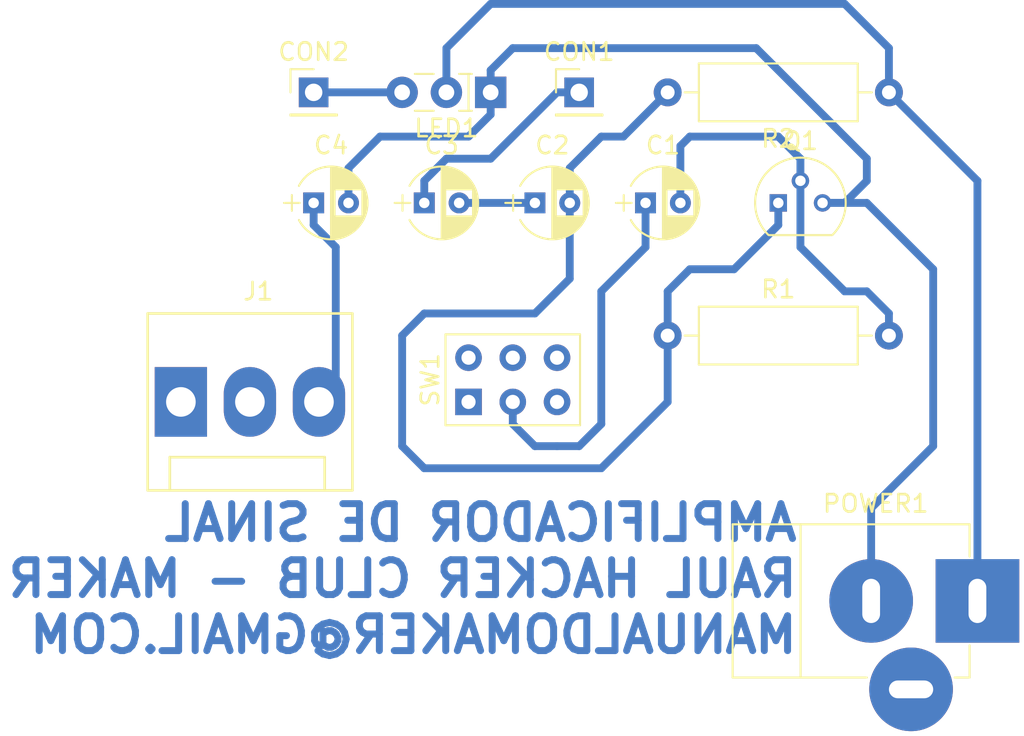
<source format=kicad_pcb>
(kicad_pcb (version 4) (host pcbnew 4.0.7-e2-6376~61~ubuntu18.04.1)

  (general
    (links 17)
    (no_connects 2)
    (area 126.30714 82.174999 184.485001 124.795001)
    (thickness 1.6)
    (drawings 1)
    (tracks 72)
    (zones 0)
    (modules 13)
    (nets 12)
  )

  (page A4)
  (layers
    (0 F.Cu signal)
    (31 B.Cu signal)
    (32 B.Adhes user)
    (33 F.Adhes user)
    (34 B.Paste user)
    (35 F.Paste user)
    (36 B.SilkS user)
    (37 F.SilkS user)
    (38 B.Mask user)
    (39 F.Mask user)
    (40 Dwgs.User user)
    (41 Cmts.User user)
    (42 Eco1.User user)
    (43 Eco2.User user)
    (44 Edge.Cuts user)
    (45 Margin user)
    (46 B.CrtYd user)
    (47 F.CrtYd user)
    (48 B.Fab user)
    (49 F.Fab user)
  )

  (setup
    (last_trace_width 0.45)
    (trace_clearance 0.2)
    (zone_clearance 0.508)
    (zone_45_only no)
    (trace_min 0.2)
    (segment_width 0.2)
    (edge_width 0.15)
    (via_size 0.6)
    (via_drill 0.4)
    (via_min_size 0.4)
    (via_min_drill 0.3)
    (uvia_size 0.3)
    (uvia_drill 0.1)
    (uvias_allowed no)
    (uvia_min_size 0.2)
    (uvia_min_drill 0.1)
    (pcb_text_width 0.3)
    (pcb_text_size 1.5 1.5)
    (mod_edge_width 0.15)
    (mod_text_size 1 1)
    (mod_text_width 0.15)
    (pad_size 1.524 1.524)
    (pad_drill 0.762)
    (pad_to_mask_clearance 0.2)
    (aux_axis_origin 0 0)
    (visible_elements FFFFFF7F)
    (pcbplotparams
      (layerselection 0x00030_80000001)
      (usegerberextensions false)
      (excludeedgelayer true)
      (linewidth 0.100000)
      (plotframeref false)
      (viasonmask false)
      (mode 1)
      (useauxorigin false)
      (hpglpennumber 1)
      (hpglpenspeed 20)
      (hpglpendiameter 15)
      (hpglpenoverlay 2)
      (psnegative false)
      (psa4output false)
      (plotreference true)
      (plotvalue true)
      (plotinvisibletext false)
      (padsonsilk false)
      (subtractmaskfromsilk false)
      (outputformat 1)
      (mirror false)
      (drillshape 1)
      (scaleselection 1)
      (outputdirectory ""))
  )

  (net 0 "")
  (net 1 "Net-(C1-Pad1)")
  (net 2 "Net-(C1-Pad2)")
  (net 3 "Net-(C2-Pad1)")
  (net 4 "Net-(C2-Pad2)")
  (net 5 "Net-(C3-Pad1)")
  (net 6 "Net-(C4-Pad1)")
  (net 7 "Net-(C4-Pad2)")
  (net 8 "Net-(CON2-Pad1)")
  (net 9 "Net-(J1-Pad1)")
  (net 10 "Net-(J1-Pad2)")
  (net 11 "Net-(LED1-Pad2)")

  (net_class Default "This is the default net class."
    (clearance 0.2)
    (trace_width 0.45)
    (via_dia 0.6)
    (via_drill 0.4)
    (uvia_dia 0.3)
    (uvia_drill 0.1)
    (add_net "Net-(C1-Pad1)")
    (add_net "Net-(C1-Pad2)")
    (add_net "Net-(C2-Pad1)")
    (add_net "Net-(C2-Pad2)")
    (add_net "Net-(C3-Pad1)")
    (add_net "Net-(C4-Pad1)")
    (add_net "Net-(C4-Pad2)")
    (add_net "Net-(CON2-Pad1)")
    (add_net "Net-(J1-Pad1)")
    (add_net "Net-(J1-Pad2)")
    (add_net "Net-(LED1-Pad2)")
  )

  (module Capacitors_THT:CP_Radial_D4.0mm_P2.00mm (layer F.Cu) (tedit 597BC7C2) (tstamp 5E0CC06F)
    (at 162.56 93.98)
    (descr "CP, Radial series, Radial, pin pitch=2.00mm, , diameter=4mm, Electrolytic Capacitor")
    (tags "CP Radial series Radial pin pitch 2.00mm  diameter 4mm Electrolytic Capacitor")
    (path /5E0CB473)
    (fp_text reference C1 (at 1 -3.31) (layer F.SilkS)
      (effects (font (size 1 1) (thickness 0.15)))
    )
    (fp_text value "1μ 50V" (at 1 3.31) (layer F.Fab)
      (effects (font (size 1 1) (thickness 0.15)))
    )
    (fp_arc (start 1 0) (end -0.845996 -0.98) (angle 124.1) (layer F.SilkS) (width 0.12))
    (fp_arc (start 1 0) (end -0.845996 0.98) (angle -124.1) (layer F.SilkS) (width 0.12))
    (fp_arc (start 1 0) (end 2.845996 -0.98) (angle 55.9) (layer F.SilkS) (width 0.12))
    (fp_circle (center 1 0) (end 3 0) (layer F.Fab) (width 0.1))
    (fp_line (start -1.7 0) (end -0.8 0) (layer F.Fab) (width 0.1))
    (fp_line (start -1.25 -0.45) (end -1.25 0.45) (layer F.Fab) (width 0.1))
    (fp_line (start 1 -2.05) (end 1 2.05) (layer F.SilkS) (width 0.12))
    (fp_line (start 1.04 -2.05) (end 1.04 2.05) (layer F.SilkS) (width 0.12))
    (fp_line (start 1.08 -2.049) (end 1.08 2.049) (layer F.SilkS) (width 0.12))
    (fp_line (start 1.12 -2.047) (end 1.12 2.047) (layer F.SilkS) (width 0.12))
    (fp_line (start 1.16 -2.044) (end 1.16 2.044) (layer F.SilkS) (width 0.12))
    (fp_line (start 1.2 -2.041) (end 1.2 2.041) (layer F.SilkS) (width 0.12))
    (fp_line (start 1.24 -2.037) (end 1.24 -0.78) (layer F.SilkS) (width 0.12))
    (fp_line (start 1.24 0.78) (end 1.24 2.037) (layer F.SilkS) (width 0.12))
    (fp_line (start 1.28 -2.032) (end 1.28 -0.78) (layer F.SilkS) (width 0.12))
    (fp_line (start 1.28 0.78) (end 1.28 2.032) (layer F.SilkS) (width 0.12))
    (fp_line (start 1.32 -2.026) (end 1.32 -0.78) (layer F.SilkS) (width 0.12))
    (fp_line (start 1.32 0.78) (end 1.32 2.026) (layer F.SilkS) (width 0.12))
    (fp_line (start 1.36 -2.019) (end 1.36 -0.78) (layer F.SilkS) (width 0.12))
    (fp_line (start 1.36 0.78) (end 1.36 2.019) (layer F.SilkS) (width 0.12))
    (fp_line (start 1.4 -2.012) (end 1.4 -0.78) (layer F.SilkS) (width 0.12))
    (fp_line (start 1.4 0.78) (end 1.4 2.012) (layer F.SilkS) (width 0.12))
    (fp_line (start 1.44 -2.004) (end 1.44 -0.78) (layer F.SilkS) (width 0.12))
    (fp_line (start 1.44 0.78) (end 1.44 2.004) (layer F.SilkS) (width 0.12))
    (fp_line (start 1.48 -1.995) (end 1.48 -0.78) (layer F.SilkS) (width 0.12))
    (fp_line (start 1.48 0.78) (end 1.48 1.995) (layer F.SilkS) (width 0.12))
    (fp_line (start 1.52 -1.985) (end 1.52 -0.78) (layer F.SilkS) (width 0.12))
    (fp_line (start 1.52 0.78) (end 1.52 1.985) (layer F.SilkS) (width 0.12))
    (fp_line (start 1.56 -1.974) (end 1.56 -0.78) (layer F.SilkS) (width 0.12))
    (fp_line (start 1.56 0.78) (end 1.56 1.974) (layer F.SilkS) (width 0.12))
    (fp_line (start 1.6 -1.963) (end 1.6 -0.78) (layer F.SilkS) (width 0.12))
    (fp_line (start 1.6 0.78) (end 1.6 1.963) (layer F.SilkS) (width 0.12))
    (fp_line (start 1.64 -1.95) (end 1.64 -0.78) (layer F.SilkS) (width 0.12))
    (fp_line (start 1.64 0.78) (end 1.64 1.95) (layer F.SilkS) (width 0.12))
    (fp_line (start 1.68 -1.937) (end 1.68 -0.78) (layer F.SilkS) (width 0.12))
    (fp_line (start 1.68 0.78) (end 1.68 1.937) (layer F.SilkS) (width 0.12))
    (fp_line (start 1.721 -1.923) (end 1.721 -0.78) (layer F.SilkS) (width 0.12))
    (fp_line (start 1.721 0.78) (end 1.721 1.923) (layer F.SilkS) (width 0.12))
    (fp_line (start 1.761 -1.907) (end 1.761 -0.78) (layer F.SilkS) (width 0.12))
    (fp_line (start 1.761 0.78) (end 1.761 1.907) (layer F.SilkS) (width 0.12))
    (fp_line (start 1.801 -1.891) (end 1.801 -0.78) (layer F.SilkS) (width 0.12))
    (fp_line (start 1.801 0.78) (end 1.801 1.891) (layer F.SilkS) (width 0.12))
    (fp_line (start 1.841 -1.874) (end 1.841 -0.78) (layer F.SilkS) (width 0.12))
    (fp_line (start 1.841 0.78) (end 1.841 1.874) (layer F.SilkS) (width 0.12))
    (fp_line (start 1.881 -1.856) (end 1.881 -0.78) (layer F.SilkS) (width 0.12))
    (fp_line (start 1.881 0.78) (end 1.881 1.856) (layer F.SilkS) (width 0.12))
    (fp_line (start 1.921 -1.837) (end 1.921 -0.78) (layer F.SilkS) (width 0.12))
    (fp_line (start 1.921 0.78) (end 1.921 1.837) (layer F.SilkS) (width 0.12))
    (fp_line (start 1.961 -1.817) (end 1.961 -0.78) (layer F.SilkS) (width 0.12))
    (fp_line (start 1.961 0.78) (end 1.961 1.817) (layer F.SilkS) (width 0.12))
    (fp_line (start 2.001 -1.796) (end 2.001 -0.78) (layer F.SilkS) (width 0.12))
    (fp_line (start 2.001 0.78) (end 2.001 1.796) (layer F.SilkS) (width 0.12))
    (fp_line (start 2.041 -1.773) (end 2.041 -0.78) (layer F.SilkS) (width 0.12))
    (fp_line (start 2.041 0.78) (end 2.041 1.773) (layer F.SilkS) (width 0.12))
    (fp_line (start 2.081 -1.75) (end 2.081 -0.78) (layer F.SilkS) (width 0.12))
    (fp_line (start 2.081 0.78) (end 2.081 1.75) (layer F.SilkS) (width 0.12))
    (fp_line (start 2.121 -1.725) (end 2.121 -0.78) (layer F.SilkS) (width 0.12))
    (fp_line (start 2.121 0.78) (end 2.121 1.725) (layer F.SilkS) (width 0.12))
    (fp_line (start 2.161 -1.699) (end 2.161 -0.78) (layer F.SilkS) (width 0.12))
    (fp_line (start 2.161 0.78) (end 2.161 1.699) (layer F.SilkS) (width 0.12))
    (fp_line (start 2.201 -1.672) (end 2.201 -0.78) (layer F.SilkS) (width 0.12))
    (fp_line (start 2.201 0.78) (end 2.201 1.672) (layer F.SilkS) (width 0.12))
    (fp_line (start 2.241 -1.643) (end 2.241 -0.78) (layer F.SilkS) (width 0.12))
    (fp_line (start 2.241 0.78) (end 2.241 1.643) (layer F.SilkS) (width 0.12))
    (fp_line (start 2.281 -1.613) (end 2.281 -0.78) (layer F.SilkS) (width 0.12))
    (fp_line (start 2.281 0.78) (end 2.281 1.613) (layer F.SilkS) (width 0.12))
    (fp_line (start 2.321 -1.581) (end 2.321 -0.78) (layer F.SilkS) (width 0.12))
    (fp_line (start 2.321 0.78) (end 2.321 1.581) (layer F.SilkS) (width 0.12))
    (fp_line (start 2.361 -1.547) (end 2.361 -0.78) (layer F.SilkS) (width 0.12))
    (fp_line (start 2.361 0.78) (end 2.361 1.547) (layer F.SilkS) (width 0.12))
    (fp_line (start 2.401 -1.512) (end 2.401 -0.78) (layer F.SilkS) (width 0.12))
    (fp_line (start 2.401 0.78) (end 2.401 1.512) (layer F.SilkS) (width 0.12))
    (fp_line (start 2.441 -1.475) (end 2.441 -0.78) (layer F.SilkS) (width 0.12))
    (fp_line (start 2.441 0.78) (end 2.441 1.475) (layer F.SilkS) (width 0.12))
    (fp_line (start 2.481 -1.436) (end 2.481 -0.78) (layer F.SilkS) (width 0.12))
    (fp_line (start 2.481 0.78) (end 2.481 1.436) (layer F.SilkS) (width 0.12))
    (fp_line (start 2.521 -1.395) (end 2.521 -0.78) (layer F.SilkS) (width 0.12))
    (fp_line (start 2.521 0.78) (end 2.521 1.395) (layer F.SilkS) (width 0.12))
    (fp_line (start 2.561 -1.351) (end 2.561 -0.78) (layer F.SilkS) (width 0.12))
    (fp_line (start 2.561 0.78) (end 2.561 1.351) (layer F.SilkS) (width 0.12))
    (fp_line (start 2.601 -1.305) (end 2.601 -0.78) (layer F.SilkS) (width 0.12))
    (fp_line (start 2.601 0.78) (end 2.601 1.305) (layer F.SilkS) (width 0.12))
    (fp_line (start 2.641 -1.256) (end 2.641 -0.78) (layer F.SilkS) (width 0.12))
    (fp_line (start 2.641 0.78) (end 2.641 1.256) (layer F.SilkS) (width 0.12))
    (fp_line (start 2.681 -1.204) (end 2.681 -0.78) (layer F.SilkS) (width 0.12))
    (fp_line (start 2.681 0.78) (end 2.681 1.204) (layer F.SilkS) (width 0.12))
    (fp_line (start 2.721 -1.148) (end 2.721 -0.78) (layer F.SilkS) (width 0.12))
    (fp_line (start 2.721 0.78) (end 2.721 1.148) (layer F.SilkS) (width 0.12))
    (fp_line (start 2.761 -1.088) (end 2.761 -0.78) (layer F.SilkS) (width 0.12))
    (fp_line (start 2.761 0.78) (end 2.761 1.088) (layer F.SilkS) (width 0.12))
    (fp_line (start 2.801 -1.023) (end 2.801 1.023) (layer F.SilkS) (width 0.12))
    (fp_line (start 2.841 -0.952) (end 2.841 0.952) (layer F.SilkS) (width 0.12))
    (fp_line (start 2.881 -0.874) (end 2.881 0.874) (layer F.SilkS) (width 0.12))
    (fp_line (start 2.921 -0.786) (end 2.921 0.786) (layer F.SilkS) (width 0.12))
    (fp_line (start 2.961 -0.686) (end 2.961 0.686) (layer F.SilkS) (width 0.12))
    (fp_line (start 3.001 -0.567) (end 3.001 0.567) (layer F.SilkS) (width 0.12))
    (fp_line (start 3.041 -0.415) (end 3.041 0.415) (layer F.SilkS) (width 0.12))
    (fp_line (start 3.081 -0.165) (end 3.081 0.165) (layer F.SilkS) (width 0.12))
    (fp_line (start -1.7 0) (end -0.8 0) (layer F.SilkS) (width 0.12))
    (fp_line (start -1.25 -0.45) (end -1.25 0.45) (layer F.SilkS) (width 0.12))
    (fp_line (start -1.35 -2.35) (end -1.35 2.35) (layer F.CrtYd) (width 0.05))
    (fp_line (start -1.35 2.35) (end 3.35 2.35) (layer F.CrtYd) (width 0.05))
    (fp_line (start 3.35 2.35) (end 3.35 -2.35) (layer F.CrtYd) (width 0.05))
    (fp_line (start 3.35 -2.35) (end -1.35 -2.35) (layer F.CrtYd) (width 0.05))
    (fp_text user %R (at 1 0) (layer F.Fab)
      (effects (font (size 1 1) (thickness 0.15)))
    )
    (pad 1 thru_hole rect (at 0 0) (size 1.2 1.2) (drill 0.6) (layers *.Cu *.Mask)
      (net 1 "Net-(C1-Pad1)"))
    (pad 2 thru_hole circle (at 2 0) (size 1.2 1.2) (drill 0.6) (layers *.Cu *.Mask)
      (net 2 "Net-(C1-Pad2)"))
    (model ${KISYS3DMOD}/Capacitors_THT.3dshapes/CP_Radial_D4.0mm_P2.00mm.wrl
      (at (xyz 0 0 0))
      (scale (xyz 1 1 1))
      (rotate (xyz 0 0 0))
    )
  )

  (module Capacitors_THT:CP_Radial_D4.0mm_P2.00mm (layer F.Cu) (tedit 597BC7C2) (tstamp 5E0CC075)
    (at 156.21 93.98)
    (descr "CP, Radial series, Radial, pin pitch=2.00mm, , diameter=4mm, Electrolytic Capacitor")
    (tags "CP Radial series Radial pin pitch 2.00mm  diameter 4mm Electrolytic Capacitor")
    (path /5E0CB785)
    (fp_text reference C2 (at 1 -3.31) (layer F.SilkS)
      (effects (font (size 1 1) (thickness 0.15)))
    )
    (fp_text value "1μ 50V" (at 1 3.31) (layer F.Fab)
      (effects (font (size 1 1) (thickness 0.15)))
    )
    (fp_arc (start 1 0) (end -0.845996 -0.98) (angle 124.1) (layer F.SilkS) (width 0.12))
    (fp_arc (start 1 0) (end -0.845996 0.98) (angle -124.1) (layer F.SilkS) (width 0.12))
    (fp_arc (start 1 0) (end 2.845996 -0.98) (angle 55.9) (layer F.SilkS) (width 0.12))
    (fp_circle (center 1 0) (end 3 0) (layer F.Fab) (width 0.1))
    (fp_line (start -1.7 0) (end -0.8 0) (layer F.Fab) (width 0.1))
    (fp_line (start -1.25 -0.45) (end -1.25 0.45) (layer F.Fab) (width 0.1))
    (fp_line (start 1 -2.05) (end 1 2.05) (layer F.SilkS) (width 0.12))
    (fp_line (start 1.04 -2.05) (end 1.04 2.05) (layer F.SilkS) (width 0.12))
    (fp_line (start 1.08 -2.049) (end 1.08 2.049) (layer F.SilkS) (width 0.12))
    (fp_line (start 1.12 -2.047) (end 1.12 2.047) (layer F.SilkS) (width 0.12))
    (fp_line (start 1.16 -2.044) (end 1.16 2.044) (layer F.SilkS) (width 0.12))
    (fp_line (start 1.2 -2.041) (end 1.2 2.041) (layer F.SilkS) (width 0.12))
    (fp_line (start 1.24 -2.037) (end 1.24 -0.78) (layer F.SilkS) (width 0.12))
    (fp_line (start 1.24 0.78) (end 1.24 2.037) (layer F.SilkS) (width 0.12))
    (fp_line (start 1.28 -2.032) (end 1.28 -0.78) (layer F.SilkS) (width 0.12))
    (fp_line (start 1.28 0.78) (end 1.28 2.032) (layer F.SilkS) (width 0.12))
    (fp_line (start 1.32 -2.026) (end 1.32 -0.78) (layer F.SilkS) (width 0.12))
    (fp_line (start 1.32 0.78) (end 1.32 2.026) (layer F.SilkS) (width 0.12))
    (fp_line (start 1.36 -2.019) (end 1.36 -0.78) (layer F.SilkS) (width 0.12))
    (fp_line (start 1.36 0.78) (end 1.36 2.019) (layer F.SilkS) (width 0.12))
    (fp_line (start 1.4 -2.012) (end 1.4 -0.78) (layer F.SilkS) (width 0.12))
    (fp_line (start 1.4 0.78) (end 1.4 2.012) (layer F.SilkS) (width 0.12))
    (fp_line (start 1.44 -2.004) (end 1.44 -0.78) (layer F.SilkS) (width 0.12))
    (fp_line (start 1.44 0.78) (end 1.44 2.004) (layer F.SilkS) (width 0.12))
    (fp_line (start 1.48 -1.995) (end 1.48 -0.78) (layer F.SilkS) (width 0.12))
    (fp_line (start 1.48 0.78) (end 1.48 1.995) (layer F.SilkS) (width 0.12))
    (fp_line (start 1.52 -1.985) (end 1.52 -0.78) (layer F.SilkS) (width 0.12))
    (fp_line (start 1.52 0.78) (end 1.52 1.985) (layer F.SilkS) (width 0.12))
    (fp_line (start 1.56 -1.974) (end 1.56 -0.78) (layer F.SilkS) (width 0.12))
    (fp_line (start 1.56 0.78) (end 1.56 1.974) (layer F.SilkS) (width 0.12))
    (fp_line (start 1.6 -1.963) (end 1.6 -0.78) (layer F.SilkS) (width 0.12))
    (fp_line (start 1.6 0.78) (end 1.6 1.963) (layer F.SilkS) (width 0.12))
    (fp_line (start 1.64 -1.95) (end 1.64 -0.78) (layer F.SilkS) (width 0.12))
    (fp_line (start 1.64 0.78) (end 1.64 1.95) (layer F.SilkS) (width 0.12))
    (fp_line (start 1.68 -1.937) (end 1.68 -0.78) (layer F.SilkS) (width 0.12))
    (fp_line (start 1.68 0.78) (end 1.68 1.937) (layer F.SilkS) (width 0.12))
    (fp_line (start 1.721 -1.923) (end 1.721 -0.78) (layer F.SilkS) (width 0.12))
    (fp_line (start 1.721 0.78) (end 1.721 1.923) (layer F.SilkS) (width 0.12))
    (fp_line (start 1.761 -1.907) (end 1.761 -0.78) (layer F.SilkS) (width 0.12))
    (fp_line (start 1.761 0.78) (end 1.761 1.907) (layer F.SilkS) (width 0.12))
    (fp_line (start 1.801 -1.891) (end 1.801 -0.78) (layer F.SilkS) (width 0.12))
    (fp_line (start 1.801 0.78) (end 1.801 1.891) (layer F.SilkS) (width 0.12))
    (fp_line (start 1.841 -1.874) (end 1.841 -0.78) (layer F.SilkS) (width 0.12))
    (fp_line (start 1.841 0.78) (end 1.841 1.874) (layer F.SilkS) (width 0.12))
    (fp_line (start 1.881 -1.856) (end 1.881 -0.78) (layer F.SilkS) (width 0.12))
    (fp_line (start 1.881 0.78) (end 1.881 1.856) (layer F.SilkS) (width 0.12))
    (fp_line (start 1.921 -1.837) (end 1.921 -0.78) (layer F.SilkS) (width 0.12))
    (fp_line (start 1.921 0.78) (end 1.921 1.837) (layer F.SilkS) (width 0.12))
    (fp_line (start 1.961 -1.817) (end 1.961 -0.78) (layer F.SilkS) (width 0.12))
    (fp_line (start 1.961 0.78) (end 1.961 1.817) (layer F.SilkS) (width 0.12))
    (fp_line (start 2.001 -1.796) (end 2.001 -0.78) (layer F.SilkS) (width 0.12))
    (fp_line (start 2.001 0.78) (end 2.001 1.796) (layer F.SilkS) (width 0.12))
    (fp_line (start 2.041 -1.773) (end 2.041 -0.78) (layer F.SilkS) (width 0.12))
    (fp_line (start 2.041 0.78) (end 2.041 1.773) (layer F.SilkS) (width 0.12))
    (fp_line (start 2.081 -1.75) (end 2.081 -0.78) (layer F.SilkS) (width 0.12))
    (fp_line (start 2.081 0.78) (end 2.081 1.75) (layer F.SilkS) (width 0.12))
    (fp_line (start 2.121 -1.725) (end 2.121 -0.78) (layer F.SilkS) (width 0.12))
    (fp_line (start 2.121 0.78) (end 2.121 1.725) (layer F.SilkS) (width 0.12))
    (fp_line (start 2.161 -1.699) (end 2.161 -0.78) (layer F.SilkS) (width 0.12))
    (fp_line (start 2.161 0.78) (end 2.161 1.699) (layer F.SilkS) (width 0.12))
    (fp_line (start 2.201 -1.672) (end 2.201 -0.78) (layer F.SilkS) (width 0.12))
    (fp_line (start 2.201 0.78) (end 2.201 1.672) (layer F.SilkS) (width 0.12))
    (fp_line (start 2.241 -1.643) (end 2.241 -0.78) (layer F.SilkS) (width 0.12))
    (fp_line (start 2.241 0.78) (end 2.241 1.643) (layer F.SilkS) (width 0.12))
    (fp_line (start 2.281 -1.613) (end 2.281 -0.78) (layer F.SilkS) (width 0.12))
    (fp_line (start 2.281 0.78) (end 2.281 1.613) (layer F.SilkS) (width 0.12))
    (fp_line (start 2.321 -1.581) (end 2.321 -0.78) (layer F.SilkS) (width 0.12))
    (fp_line (start 2.321 0.78) (end 2.321 1.581) (layer F.SilkS) (width 0.12))
    (fp_line (start 2.361 -1.547) (end 2.361 -0.78) (layer F.SilkS) (width 0.12))
    (fp_line (start 2.361 0.78) (end 2.361 1.547) (layer F.SilkS) (width 0.12))
    (fp_line (start 2.401 -1.512) (end 2.401 -0.78) (layer F.SilkS) (width 0.12))
    (fp_line (start 2.401 0.78) (end 2.401 1.512) (layer F.SilkS) (width 0.12))
    (fp_line (start 2.441 -1.475) (end 2.441 -0.78) (layer F.SilkS) (width 0.12))
    (fp_line (start 2.441 0.78) (end 2.441 1.475) (layer F.SilkS) (width 0.12))
    (fp_line (start 2.481 -1.436) (end 2.481 -0.78) (layer F.SilkS) (width 0.12))
    (fp_line (start 2.481 0.78) (end 2.481 1.436) (layer F.SilkS) (width 0.12))
    (fp_line (start 2.521 -1.395) (end 2.521 -0.78) (layer F.SilkS) (width 0.12))
    (fp_line (start 2.521 0.78) (end 2.521 1.395) (layer F.SilkS) (width 0.12))
    (fp_line (start 2.561 -1.351) (end 2.561 -0.78) (layer F.SilkS) (width 0.12))
    (fp_line (start 2.561 0.78) (end 2.561 1.351) (layer F.SilkS) (width 0.12))
    (fp_line (start 2.601 -1.305) (end 2.601 -0.78) (layer F.SilkS) (width 0.12))
    (fp_line (start 2.601 0.78) (end 2.601 1.305) (layer F.SilkS) (width 0.12))
    (fp_line (start 2.641 -1.256) (end 2.641 -0.78) (layer F.SilkS) (width 0.12))
    (fp_line (start 2.641 0.78) (end 2.641 1.256) (layer F.SilkS) (width 0.12))
    (fp_line (start 2.681 -1.204) (end 2.681 -0.78) (layer F.SilkS) (width 0.12))
    (fp_line (start 2.681 0.78) (end 2.681 1.204) (layer F.SilkS) (width 0.12))
    (fp_line (start 2.721 -1.148) (end 2.721 -0.78) (layer F.SilkS) (width 0.12))
    (fp_line (start 2.721 0.78) (end 2.721 1.148) (layer F.SilkS) (width 0.12))
    (fp_line (start 2.761 -1.088) (end 2.761 -0.78) (layer F.SilkS) (width 0.12))
    (fp_line (start 2.761 0.78) (end 2.761 1.088) (layer F.SilkS) (width 0.12))
    (fp_line (start 2.801 -1.023) (end 2.801 1.023) (layer F.SilkS) (width 0.12))
    (fp_line (start 2.841 -0.952) (end 2.841 0.952) (layer F.SilkS) (width 0.12))
    (fp_line (start 2.881 -0.874) (end 2.881 0.874) (layer F.SilkS) (width 0.12))
    (fp_line (start 2.921 -0.786) (end 2.921 0.786) (layer F.SilkS) (width 0.12))
    (fp_line (start 2.961 -0.686) (end 2.961 0.686) (layer F.SilkS) (width 0.12))
    (fp_line (start 3.001 -0.567) (end 3.001 0.567) (layer F.SilkS) (width 0.12))
    (fp_line (start 3.041 -0.415) (end 3.041 0.415) (layer F.SilkS) (width 0.12))
    (fp_line (start 3.081 -0.165) (end 3.081 0.165) (layer F.SilkS) (width 0.12))
    (fp_line (start -1.7 0) (end -0.8 0) (layer F.SilkS) (width 0.12))
    (fp_line (start -1.25 -0.45) (end -1.25 0.45) (layer F.SilkS) (width 0.12))
    (fp_line (start -1.35 -2.35) (end -1.35 2.35) (layer F.CrtYd) (width 0.05))
    (fp_line (start -1.35 2.35) (end 3.35 2.35) (layer F.CrtYd) (width 0.05))
    (fp_line (start 3.35 2.35) (end 3.35 -2.35) (layer F.CrtYd) (width 0.05))
    (fp_line (start 3.35 -2.35) (end -1.35 -2.35) (layer F.CrtYd) (width 0.05))
    (fp_text user %R (at 1 0) (layer F.Fab)
      (effects (font (size 1 1) (thickness 0.15)))
    )
    (pad 1 thru_hole rect (at 0 0) (size 1.2 1.2) (drill 0.6) (layers *.Cu *.Mask)
      (net 3 "Net-(C2-Pad1)"))
    (pad 2 thru_hole circle (at 2 0) (size 1.2 1.2) (drill 0.6) (layers *.Cu *.Mask)
      (net 4 "Net-(C2-Pad2)"))
    (model ${KISYS3DMOD}/Capacitors_THT.3dshapes/CP_Radial_D4.0mm_P2.00mm.wrl
      (at (xyz 0 0 0))
      (scale (xyz 1 1 1))
      (rotate (xyz 0 0 0))
    )
  )

  (module Capacitors_THT:CP_Radial_D4.0mm_P2.00mm (layer F.Cu) (tedit 597BC7C2) (tstamp 5E0CC07B)
    (at 149.86 93.98)
    (descr "CP, Radial series, Radial, pin pitch=2.00mm, , diameter=4mm, Electrolytic Capacitor")
    (tags "CP Radial series Radial pin pitch 2.00mm  diameter 4mm Electrolytic Capacitor")
    (path /5E0CBA4B)
    (fp_text reference C3 (at 1 -3.31) (layer F.SilkS)
      (effects (font (size 1 1) (thickness 0.15)))
    )
    (fp_text value "2.2μ 16V" (at 1 3.31) (layer F.Fab)
      (effects (font (size 1 1) (thickness 0.15)))
    )
    (fp_arc (start 1 0) (end -0.845996 -0.98) (angle 124.1) (layer F.SilkS) (width 0.12))
    (fp_arc (start 1 0) (end -0.845996 0.98) (angle -124.1) (layer F.SilkS) (width 0.12))
    (fp_arc (start 1 0) (end 2.845996 -0.98) (angle 55.9) (layer F.SilkS) (width 0.12))
    (fp_circle (center 1 0) (end 3 0) (layer F.Fab) (width 0.1))
    (fp_line (start -1.7 0) (end -0.8 0) (layer F.Fab) (width 0.1))
    (fp_line (start -1.25 -0.45) (end -1.25 0.45) (layer F.Fab) (width 0.1))
    (fp_line (start 1 -2.05) (end 1 2.05) (layer F.SilkS) (width 0.12))
    (fp_line (start 1.04 -2.05) (end 1.04 2.05) (layer F.SilkS) (width 0.12))
    (fp_line (start 1.08 -2.049) (end 1.08 2.049) (layer F.SilkS) (width 0.12))
    (fp_line (start 1.12 -2.047) (end 1.12 2.047) (layer F.SilkS) (width 0.12))
    (fp_line (start 1.16 -2.044) (end 1.16 2.044) (layer F.SilkS) (width 0.12))
    (fp_line (start 1.2 -2.041) (end 1.2 2.041) (layer F.SilkS) (width 0.12))
    (fp_line (start 1.24 -2.037) (end 1.24 -0.78) (layer F.SilkS) (width 0.12))
    (fp_line (start 1.24 0.78) (end 1.24 2.037) (layer F.SilkS) (width 0.12))
    (fp_line (start 1.28 -2.032) (end 1.28 -0.78) (layer F.SilkS) (width 0.12))
    (fp_line (start 1.28 0.78) (end 1.28 2.032) (layer F.SilkS) (width 0.12))
    (fp_line (start 1.32 -2.026) (end 1.32 -0.78) (layer F.SilkS) (width 0.12))
    (fp_line (start 1.32 0.78) (end 1.32 2.026) (layer F.SilkS) (width 0.12))
    (fp_line (start 1.36 -2.019) (end 1.36 -0.78) (layer F.SilkS) (width 0.12))
    (fp_line (start 1.36 0.78) (end 1.36 2.019) (layer F.SilkS) (width 0.12))
    (fp_line (start 1.4 -2.012) (end 1.4 -0.78) (layer F.SilkS) (width 0.12))
    (fp_line (start 1.4 0.78) (end 1.4 2.012) (layer F.SilkS) (width 0.12))
    (fp_line (start 1.44 -2.004) (end 1.44 -0.78) (layer F.SilkS) (width 0.12))
    (fp_line (start 1.44 0.78) (end 1.44 2.004) (layer F.SilkS) (width 0.12))
    (fp_line (start 1.48 -1.995) (end 1.48 -0.78) (layer F.SilkS) (width 0.12))
    (fp_line (start 1.48 0.78) (end 1.48 1.995) (layer F.SilkS) (width 0.12))
    (fp_line (start 1.52 -1.985) (end 1.52 -0.78) (layer F.SilkS) (width 0.12))
    (fp_line (start 1.52 0.78) (end 1.52 1.985) (layer F.SilkS) (width 0.12))
    (fp_line (start 1.56 -1.974) (end 1.56 -0.78) (layer F.SilkS) (width 0.12))
    (fp_line (start 1.56 0.78) (end 1.56 1.974) (layer F.SilkS) (width 0.12))
    (fp_line (start 1.6 -1.963) (end 1.6 -0.78) (layer F.SilkS) (width 0.12))
    (fp_line (start 1.6 0.78) (end 1.6 1.963) (layer F.SilkS) (width 0.12))
    (fp_line (start 1.64 -1.95) (end 1.64 -0.78) (layer F.SilkS) (width 0.12))
    (fp_line (start 1.64 0.78) (end 1.64 1.95) (layer F.SilkS) (width 0.12))
    (fp_line (start 1.68 -1.937) (end 1.68 -0.78) (layer F.SilkS) (width 0.12))
    (fp_line (start 1.68 0.78) (end 1.68 1.937) (layer F.SilkS) (width 0.12))
    (fp_line (start 1.721 -1.923) (end 1.721 -0.78) (layer F.SilkS) (width 0.12))
    (fp_line (start 1.721 0.78) (end 1.721 1.923) (layer F.SilkS) (width 0.12))
    (fp_line (start 1.761 -1.907) (end 1.761 -0.78) (layer F.SilkS) (width 0.12))
    (fp_line (start 1.761 0.78) (end 1.761 1.907) (layer F.SilkS) (width 0.12))
    (fp_line (start 1.801 -1.891) (end 1.801 -0.78) (layer F.SilkS) (width 0.12))
    (fp_line (start 1.801 0.78) (end 1.801 1.891) (layer F.SilkS) (width 0.12))
    (fp_line (start 1.841 -1.874) (end 1.841 -0.78) (layer F.SilkS) (width 0.12))
    (fp_line (start 1.841 0.78) (end 1.841 1.874) (layer F.SilkS) (width 0.12))
    (fp_line (start 1.881 -1.856) (end 1.881 -0.78) (layer F.SilkS) (width 0.12))
    (fp_line (start 1.881 0.78) (end 1.881 1.856) (layer F.SilkS) (width 0.12))
    (fp_line (start 1.921 -1.837) (end 1.921 -0.78) (layer F.SilkS) (width 0.12))
    (fp_line (start 1.921 0.78) (end 1.921 1.837) (layer F.SilkS) (width 0.12))
    (fp_line (start 1.961 -1.817) (end 1.961 -0.78) (layer F.SilkS) (width 0.12))
    (fp_line (start 1.961 0.78) (end 1.961 1.817) (layer F.SilkS) (width 0.12))
    (fp_line (start 2.001 -1.796) (end 2.001 -0.78) (layer F.SilkS) (width 0.12))
    (fp_line (start 2.001 0.78) (end 2.001 1.796) (layer F.SilkS) (width 0.12))
    (fp_line (start 2.041 -1.773) (end 2.041 -0.78) (layer F.SilkS) (width 0.12))
    (fp_line (start 2.041 0.78) (end 2.041 1.773) (layer F.SilkS) (width 0.12))
    (fp_line (start 2.081 -1.75) (end 2.081 -0.78) (layer F.SilkS) (width 0.12))
    (fp_line (start 2.081 0.78) (end 2.081 1.75) (layer F.SilkS) (width 0.12))
    (fp_line (start 2.121 -1.725) (end 2.121 -0.78) (layer F.SilkS) (width 0.12))
    (fp_line (start 2.121 0.78) (end 2.121 1.725) (layer F.SilkS) (width 0.12))
    (fp_line (start 2.161 -1.699) (end 2.161 -0.78) (layer F.SilkS) (width 0.12))
    (fp_line (start 2.161 0.78) (end 2.161 1.699) (layer F.SilkS) (width 0.12))
    (fp_line (start 2.201 -1.672) (end 2.201 -0.78) (layer F.SilkS) (width 0.12))
    (fp_line (start 2.201 0.78) (end 2.201 1.672) (layer F.SilkS) (width 0.12))
    (fp_line (start 2.241 -1.643) (end 2.241 -0.78) (layer F.SilkS) (width 0.12))
    (fp_line (start 2.241 0.78) (end 2.241 1.643) (layer F.SilkS) (width 0.12))
    (fp_line (start 2.281 -1.613) (end 2.281 -0.78) (layer F.SilkS) (width 0.12))
    (fp_line (start 2.281 0.78) (end 2.281 1.613) (layer F.SilkS) (width 0.12))
    (fp_line (start 2.321 -1.581) (end 2.321 -0.78) (layer F.SilkS) (width 0.12))
    (fp_line (start 2.321 0.78) (end 2.321 1.581) (layer F.SilkS) (width 0.12))
    (fp_line (start 2.361 -1.547) (end 2.361 -0.78) (layer F.SilkS) (width 0.12))
    (fp_line (start 2.361 0.78) (end 2.361 1.547) (layer F.SilkS) (width 0.12))
    (fp_line (start 2.401 -1.512) (end 2.401 -0.78) (layer F.SilkS) (width 0.12))
    (fp_line (start 2.401 0.78) (end 2.401 1.512) (layer F.SilkS) (width 0.12))
    (fp_line (start 2.441 -1.475) (end 2.441 -0.78) (layer F.SilkS) (width 0.12))
    (fp_line (start 2.441 0.78) (end 2.441 1.475) (layer F.SilkS) (width 0.12))
    (fp_line (start 2.481 -1.436) (end 2.481 -0.78) (layer F.SilkS) (width 0.12))
    (fp_line (start 2.481 0.78) (end 2.481 1.436) (layer F.SilkS) (width 0.12))
    (fp_line (start 2.521 -1.395) (end 2.521 -0.78) (layer F.SilkS) (width 0.12))
    (fp_line (start 2.521 0.78) (end 2.521 1.395) (layer F.SilkS) (width 0.12))
    (fp_line (start 2.561 -1.351) (end 2.561 -0.78) (layer F.SilkS) (width 0.12))
    (fp_line (start 2.561 0.78) (end 2.561 1.351) (layer F.SilkS) (width 0.12))
    (fp_line (start 2.601 -1.305) (end 2.601 -0.78) (layer F.SilkS) (width 0.12))
    (fp_line (start 2.601 0.78) (end 2.601 1.305) (layer F.SilkS) (width 0.12))
    (fp_line (start 2.641 -1.256) (end 2.641 -0.78) (layer F.SilkS) (width 0.12))
    (fp_line (start 2.641 0.78) (end 2.641 1.256) (layer F.SilkS) (width 0.12))
    (fp_line (start 2.681 -1.204) (end 2.681 -0.78) (layer F.SilkS) (width 0.12))
    (fp_line (start 2.681 0.78) (end 2.681 1.204) (layer F.SilkS) (width 0.12))
    (fp_line (start 2.721 -1.148) (end 2.721 -0.78) (layer F.SilkS) (width 0.12))
    (fp_line (start 2.721 0.78) (end 2.721 1.148) (layer F.SilkS) (width 0.12))
    (fp_line (start 2.761 -1.088) (end 2.761 -0.78) (layer F.SilkS) (width 0.12))
    (fp_line (start 2.761 0.78) (end 2.761 1.088) (layer F.SilkS) (width 0.12))
    (fp_line (start 2.801 -1.023) (end 2.801 1.023) (layer F.SilkS) (width 0.12))
    (fp_line (start 2.841 -0.952) (end 2.841 0.952) (layer F.SilkS) (width 0.12))
    (fp_line (start 2.881 -0.874) (end 2.881 0.874) (layer F.SilkS) (width 0.12))
    (fp_line (start 2.921 -0.786) (end 2.921 0.786) (layer F.SilkS) (width 0.12))
    (fp_line (start 2.961 -0.686) (end 2.961 0.686) (layer F.SilkS) (width 0.12))
    (fp_line (start 3.001 -0.567) (end 3.001 0.567) (layer F.SilkS) (width 0.12))
    (fp_line (start 3.041 -0.415) (end 3.041 0.415) (layer F.SilkS) (width 0.12))
    (fp_line (start 3.081 -0.165) (end 3.081 0.165) (layer F.SilkS) (width 0.12))
    (fp_line (start -1.7 0) (end -0.8 0) (layer F.SilkS) (width 0.12))
    (fp_line (start -1.25 -0.45) (end -1.25 0.45) (layer F.SilkS) (width 0.12))
    (fp_line (start -1.35 -2.35) (end -1.35 2.35) (layer F.CrtYd) (width 0.05))
    (fp_line (start -1.35 2.35) (end 3.35 2.35) (layer F.CrtYd) (width 0.05))
    (fp_line (start 3.35 2.35) (end 3.35 -2.35) (layer F.CrtYd) (width 0.05))
    (fp_line (start 3.35 -2.35) (end -1.35 -2.35) (layer F.CrtYd) (width 0.05))
    (fp_text user %R (at 1 0) (layer F.Fab)
      (effects (font (size 1 1) (thickness 0.15)))
    )
    (pad 1 thru_hole rect (at 0 0) (size 1.2 1.2) (drill 0.6) (layers *.Cu *.Mask)
      (net 5 "Net-(C3-Pad1)"))
    (pad 2 thru_hole circle (at 2 0) (size 1.2 1.2) (drill 0.6) (layers *.Cu *.Mask)
      (net 3 "Net-(C2-Pad1)"))
    (model ${KISYS3DMOD}/Capacitors_THT.3dshapes/CP_Radial_D4.0mm_P2.00mm.wrl
      (at (xyz 0 0 0))
      (scale (xyz 1 1 1))
      (rotate (xyz 0 0 0))
    )
  )

  (module Capacitors_THT:CP_Radial_D4.0mm_P2.00mm (layer F.Cu) (tedit 597BC7C2) (tstamp 5E0CC081)
    (at 143.51 93.98)
    (descr "CP, Radial series, Radial, pin pitch=2.00mm, , diameter=4mm, Electrolytic Capacitor")
    (tags "CP Radial series Radial pin pitch 2.00mm  diameter 4mm Electrolytic Capacitor")
    (path /5E0CC187)
    (fp_text reference C4 (at 1 -3.31) (layer F.SilkS)
      (effects (font (size 1 1) (thickness 0.15)))
    )
    (fp_text value "0.22μ 100V" (at 1 3.31) (layer F.Fab)
      (effects (font (size 1 1) (thickness 0.15)))
    )
    (fp_arc (start 1 0) (end -0.845996 -0.98) (angle 124.1) (layer F.SilkS) (width 0.12))
    (fp_arc (start 1 0) (end -0.845996 0.98) (angle -124.1) (layer F.SilkS) (width 0.12))
    (fp_arc (start 1 0) (end 2.845996 -0.98) (angle 55.9) (layer F.SilkS) (width 0.12))
    (fp_circle (center 1 0) (end 3 0) (layer F.Fab) (width 0.1))
    (fp_line (start -1.7 0) (end -0.8 0) (layer F.Fab) (width 0.1))
    (fp_line (start -1.25 -0.45) (end -1.25 0.45) (layer F.Fab) (width 0.1))
    (fp_line (start 1 -2.05) (end 1 2.05) (layer F.SilkS) (width 0.12))
    (fp_line (start 1.04 -2.05) (end 1.04 2.05) (layer F.SilkS) (width 0.12))
    (fp_line (start 1.08 -2.049) (end 1.08 2.049) (layer F.SilkS) (width 0.12))
    (fp_line (start 1.12 -2.047) (end 1.12 2.047) (layer F.SilkS) (width 0.12))
    (fp_line (start 1.16 -2.044) (end 1.16 2.044) (layer F.SilkS) (width 0.12))
    (fp_line (start 1.2 -2.041) (end 1.2 2.041) (layer F.SilkS) (width 0.12))
    (fp_line (start 1.24 -2.037) (end 1.24 -0.78) (layer F.SilkS) (width 0.12))
    (fp_line (start 1.24 0.78) (end 1.24 2.037) (layer F.SilkS) (width 0.12))
    (fp_line (start 1.28 -2.032) (end 1.28 -0.78) (layer F.SilkS) (width 0.12))
    (fp_line (start 1.28 0.78) (end 1.28 2.032) (layer F.SilkS) (width 0.12))
    (fp_line (start 1.32 -2.026) (end 1.32 -0.78) (layer F.SilkS) (width 0.12))
    (fp_line (start 1.32 0.78) (end 1.32 2.026) (layer F.SilkS) (width 0.12))
    (fp_line (start 1.36 -2.019) (end 1.36 -0.78) (layer F.SilkS) (width 0.12))
    (fp_line (start 1.36 0.78) (end 1.36 2.019) (layer F.SilkS) (width 0.12))
    (fp_line (start 1.4 -2.012) (end 1.4 -0.78) (layer F.SilkS) (width 0.12))
    (fp_line (start 1.4 0.78) (end 1.4 2.012) (layer F.SilkS) (width 0.12))
    (fp_line (start 1.44 -2.004) (end 1.44 -0.78) (layer F.SilkS) (width 0.12))
    (fp_line (start 1.44 0.78) (end 1.44 2.004) (layer F.SilkS) (width 0.12))
    (fp_line (start 1.48 -1.995) (end 1.48 -0.78) (layer F.SilkS) (width 0.12))
    (fp_line (start 1.48 0.78) (end 1.48 1.995) (layer F.SilkS) (width 0.12))
    (fp_line (start 1.52 -1.985) (end 1.52 -0.78) (layer F.SilkS) (width 0.12))
    (fp_line (start 1.52 0.78) (end 1.52 1.985) (layer F.SilkS) (width 0.12))
    (fp_line (start 1.56 -1.974) (end 1.56 -0.78) (layer F.SilkS) (width 0.12))
    (fp_line (start 1.56 0.78) (end 1.56 1.974) (layer F.SilkS) (width 0.12))
    (fp_line (start 1.6 -1.963) (end 1.6 -0.78) (layer F.SilkS) (width 0.12))
    (fp_line (start 1.6 0.78) (end 1.6 1.963) (layer F.SilkS) (width 0.12))
    (fp_line (start 1.64 -1.95) (end 1.64 -0.78) (layer F.SilkS) (width 0.12))
    (fp_line (start 1.64 0.78) (end 1.64 1.95) (layer F.SilkS) (width 0.12))
    (fp_line (start 1.68 -1.937) (end 1.68 -0.78) (layer F.SilkS) (width 0.12))
    (fp_line (start 1.68 0.78) (end 1.68 1.937) (layer F.SilkS) (width 0.12))
    (fp_line (start 1.721 -1.923) (end 1.721 -0.78) (layer F.SilkS) (width 0.12))
    (fp_line (start 1.721 0.78) (end 1.721 1.923) (layer F.SilkS) (width 0.12))
    (fp_line (start 1.761 -1.907) (end 1.761 -0.78) (layer F.SilkS) (width 0.12))
    (fp_line (start 1.761 0.78) (end 1.761 1.907) (layer F.SilkS) (width 0.12))
    (fp_line (start 1.801 -1.891) (end 1.801 -0.78) (layer F.SilkS) (width 0.12))
    (fp_line (start 1.801 0.78) (end 1.801 1.891) (layer F.SilkS) (width 0.12))
    (fp_line (start 1.841 -1.874) (end 1.841 -0.78) (layer F.SilkS) (width 0.12))
    (fp_line (start 1.841 0.78) (end 1.841 1.874) (layer F.SilkS) (width 0.12))
    (fp_line (start 1.881 -1.856) (end 1.881 -0.78) (layer F.SilkS) (width 0.12))
    (fp_line (start 1.881 0.78) (end 1.881 1.856) (layer F.SilkS) (width 0.12))
    (fp_line (start 1.921 -1.837) (end 1.921 -0.78) (layer F.SilkS) (width 0.12))
    (fp_line (start 1.921 0.78) (end 1.921 1.837) (layer F.SilkS) (width 0.12))
    (fp_line (start 1.961 -1.817) (end 1.961 -0.78) (layer F.SilkS) (width 0.12))
    (fp_line (start 1.961 0.78) (end 1.961 1.817) (layer F.SilkS) (width 0.12))
    (fp_line (start 2.001 -1.796) (end 2.001 -0.78) (layer F.SilkS) (width 0.12))
    (fp_line (start 2.001 0.78) (end 2.001 1.796) (layer F.SilkS) (width 0.12))
    (fp_line (start 2.041 -1.773) (end 2.041 -0.78) (layer F.SilkS) (width 0.12))
    (fp_line (start 2.041 0.78) (end 2.041 1.773) (layer F.SilkS) (width 0.12))
    (fp_line (start 2.081 -1.75) (end 2.081 -0.78) (layer F.SilkS) (width 0.12))
    (fp_line (start 2.081 0.78) (end 2.081 1.75) (layer F.SilkS) (width 0.12))
    (fp_line (start 2.121 -1.725) (end 2.121 -0.78) (layer F.SilkS) (width 0.12))
    (fp_line (start 2.121 0.78) (end 2.121 1.725) (layer F.SilkS) (width 0.12))
    (fp_line (start 2.161 -1.699) (end 2.161 -0.78) (layer F.SilkS) (width 0.12))
    (fp_line (start 2.161 0.78) (end 2.161 1.699) (layer F.SilkS) (width 0.12))
    (fp_line (start 2.201 -1.672) (end 2.201 -0.78) (layer F.SilkS) (width 0.12))
    (fp_line (start 2.201 0.78) (end 2.201 1.672) (layer F.SilkS) (width 0.12))
    (fp_line (start 2.241 -1.643) (end 2.241 -0.78) (layer F.SilkS) (width 0.12))
    (fp_line (start 2.241 0.78) (end 2.241 1.643) (layer F.SilkS) (width 0.12))
    (fp_line (start 2.281 -1.613) (end 2.281 -0.78) (layer F.SilkS) (width 0.12))
    (fp_line (start 2.281 0.78) (end 2.281 1.613) (layer F.SilkS) (width 0.12))
    (fp_line (start 2.321 -1.581) (end 2.321 -0.78) (layer F.SilkS) (width 0.12))
    (fp_line (start 2.321 0.78) (end 2.321 1.581) (layer F.SilkS) (width 0.12))
    (fp_line (start 2.361 -1.547) (end 2.361 -0.78) (layer F.SilkS) (width 0.12))
    (fp_line (start 2.361 0.78) (end 2.361 1.547) (layer F.SilkS) (width 0.12))
    (fp_line (start 2.401 -1.512) (end 2.401 -0.78) (layer F.SilkS) (width 0.12))
    (fp_line (start 2.401 0.78) (end 2.401 1.512) (layer F.SilkS) (width 0.12))
    (fp_line (start 2.441 -1.475) (end 2.441 -0.78) (layer F.SilkS) (width 0.12))
    (fp_line (start 2.441 0.78) (end 2.441 1.475) (layer F.SilkS) (width 0.12))
    (fp_line (start 2.481 -1.436) (end 2.481 -0.78) (layer F.SilkS) (width 0.12))
    (fp_line (start 2.481 0.78) (end 2.481 1.436) (layer F.SilkS) (width 0.12))
    (fp_line (start 2.521 -1.395) (end 2.521 -0.78) (layer F.SilkS) (width 0.12))
    (fp_line (start 2.521 0.78) (end 2.521 1.395) (layer F.SilkS) (width 0.12))
    (fp_line (start 2.561 -1.351) (end 2.561 -0.78) (layer F.SilkS) (width 0.12))
    (fp_line (start 2.561 0.78) (end 2.561 1.351) (layer F.SilkS) (width 0.12))
    (fp_line (start 2.601 -1.305) (end 2.601 -0.78) (layer F.SilkS) (width 0.12))
    (fp_line (start 2.601 0.78) (end 2.601 1.305) (layer F.SilkS) (width 0.12))
    (fp_line (start 2.641 -1.256) (end 2.641 -0.78) (layer F.SilkS) (width 0.12))
    (fp_line (start 2.641 0.78) (end 2.641 1.256) (layer F.SilkS) (width 0.12))
    (fp_line (start 2.681 -1.204) (end 2.681 -0.78) (layer F.SilkS) (width 0.12))
    (fp_line (start 2.681 0.78) (end 2.681 1.204) (layer F.SilkS) (width 0.12))
    (fp_line (start 2.721 -1.148) (end 2.721 -0.78) (layer F.SilkS) (width 0.12))
    (fp_line (start 2.721 0.78) (end 2.721 1.148) (layer F.SilkS) (width 0.12))
    (fp_line (start 2.761 -1.088) (end 2.761 -0.78) (layer F.SilkS) (width 0.12))
    (fp_line (start 2.761 0.78) (end 2.761 1.088) (layer F.SilkS) (width 0.12))
    (fp_line (start 2.801 -1.023) (end 2.801 1.023) (layer F.SilkS) (width 0.12))
    (fp_line (start 2.841 -0.952) (end 2.841 0.952) (layer F.SilkS) (width 0.12))
    (fp_line (start 2.881 -0.874) (end 2.881 0.874) (layer F.SilkS) (width 0.12))
    (fp_line (start 2.921 -0.786) (end 2.921 0.786) (layer F.SilkS) (width 0.12))
    (fp_line (start 2.961 -0.686) (end 2.961 0.686) (layer F.SilkS) (width 0.12))
    (fp_line (start 3.001 -0.567) (end 3.001 0.567) (layer F.SilkS) (width 0.12))
    (fp_line (start 3.041 -0.415) (end 3.041 0.415) (layer F.SilkS) (width 0.12))
    (fp_line (start 3.081 -0.165) (end 3.081 0.165) (layer F.SilkS) (width 0.12))
    (fp_line (start -1.7 0) (end -0.8 0) (layer F.SilkS) (width 0.12))
    (fp_line (start -1.25 -0.45) (end -1.25 0.45) (layer F.SilkS) (width 0.12))
    (fp_line (start -1.35 -2.35) (end -1.35 2.35) (layer F.CrtYd) (width 0.05))
    (fp_line (start -1.35 2.35) (end 3.35 2.35) (layer F.CrtYd) (width 0.05))
    (fp_line (start 3.35 2.35) (end 3.35 -2.35) (layer F.CrtYd) (width 0.05))
    (fp_line (start 3.35 -2.35) (end -1.35 -2.35) (layer F.CrtYd) (width 0.05))
    (fp_text user %R (at 1 0) (layer F.Fab)
      (effects (font (size 1 1) (thickness 0.15)))
    )
    (pad 1 thru_hole rect (at 0 0) (size 1.2 1.2) (drill 0.6) (layers *.Cu *.Mask)
      (net 6 "Net-(C4-Pad1)"))
    (pad 2 thru_hole circle (at 2 0) (size 1.2 1.2) (drill 0.6) (layers *.Cu *.Mask)
      (net 7 "Net-(C4-Pad2)"))
    (model ${KISYS3DMOD}/Capacitors_THT.3dshapes/CP_Radial_D4.0mm_P2.00mm.wrl
      (at (xyz 0 0 0))
      (scale (xyz 1 1 1))
      (rotate (xyz 0 0 0))
    )
  )

  (module Socket_Strips:Socket_Strip_Straight_1x01_Pitch2.54mm (layer F.Cu) (tedit 58CD5446) (tstamp 5E0CC086)
    (at 158.75 87.63)
    (descr "Through hole straight socket strip, 1x01, 2.54mm pitch, single row")
    (tags "Through hole socket strip THT 1x01 2.54mm single row")
    (path /5E0CBB2C)
    (fp_text reference CON1 (at 0 -2.33) (layer F.SilkS)
      (effects (font (size 1 1) (thickness 0.15)))
    )
    (fp_text value "A0 OUT ARDUINO" (at 0 2.33) (layer F.Fab)
      (effects (font (size 1 1) (thickness 0.15)))
    )
    (fp_line (start -1.27 -1.27) (end -1.27 1.27) (layer F.Fab) (width 0.1))
    (fp_line (start -1.27 1.27) (end 1.27 1.27) (layer F.Fab) (width 0.1))
    (fp_line (start 1.27 1.27) (end 1.27 -1.27) (layer F.Fab) (width 0.1))
    (fp_line (start 1.27 -1.27) (end -1.27 -1.27) (layer F.Fab) (width 0.1))
    (fp_line (start -1.33 1.27) (end -1.33 1.33) (layer F.SilkS) (width 0.12))
    (fp_line (start -1.33 1.33) (end 1.33 1.33) (layer F.SilkS) (width 0.12))
    (fp_line (start 1.33 1.33) (end 1.33 1.27) (layer F.SilkS) (width 0.12))
    (fp_line (start 1.33 1.27) (end -1.33 1.27) (layer F.SilkS) (width 0.12))
    (fp_line (start -1.33 0) (end -1.33 -1.33) (layer F.SilkS) (width 0.12))
    (fp_line (start -1.33 -1.33) (end 0 -1.33) (layer F.SilkS) (width 0.12))
    (fp_line (start -1.8 -1.8) (end -1.8 1.8) (layer F.CrtYd) (width 0.05))
    (fp_line (start -1.8 1.8) (end 1.8 1.8) (layer F.CrtYd) (width 0.05))
    (fp_line (start 1.8 1.8) (end 1.8 -1.8) (layer F.CrtYd) (width 0.05))
    (fp_line (start 1.8 -1.8) (end -1.8 -1.8) (layer F.CrtYd) (width 0.05))
    (fp_text user %R (at 0 -2.33) (layer F.Fab)
      (effects (font (size 1 1) (thickness 0.15)))
    )
    (pad 1 thru_hole rect (at 0 0) (size 1.7 1.7) (drill 1) (layers *.Cu *.Mask)
      (net 5 "Net-(C3-Pad1)"))
    (model ${KISYS3DMOD}/Socket_Strips.3dshapes/Socket_Strip_Straight_1x01_Pitch2.54mm.wrl
      (at (xyz 0 0 0))
      (scale (xyz 1 1 1))
      (rotate (xyz 0 0 270))
    )
  )

  (module Socket_Strips:Socket_Strip_Straight_1x01_Pitch2.54mm (layer F.Cu) (tedit 58CD5446) (tstamp 5E0CC08B)
    (at 143.51 87.63)
    (descr "Through hole straight socket strip, 1x01, 2.54mm pitch, single row")
    (tags "Through hole socket strip THT 1x01 2.54mm single row")
    (path /5E0CE182)
    (fp_text reference CON2 (at 0 -2.33) (layer F.SilkS)
      (effects (font (size 1 1) (thickness 0.15)))
    )
    (fp_text value "D6 IN ARDUINO" (at 0 2.33) (layer F.Fab)
      (effects (font (size 1 1) (thickness 0.15)))
    )
    (fp_line (start -1.27 -1.27) (end -1.27 1.27) (layer F.Fab) (width 0.1))
    (fp_line (start -1.27 1.27) (end 1.27 1.27) (layer F.Fab) (width 0.1))
    (fp_line (start 1.27 1.27) (end 1.27 -1.27) (layer F.Fab) (width 0.1))
    (fp_line (start 1.27 -1.27) (end -1.27 -1.27) (layer F.Fab) (width 0.1))
    (fp_line (start -1.33 1.27) (end -1.33 1.33) (layer F.SilkS) (width 0.12))
    (fp_line (start -1.33 1.33) (end 1.33 1.33) (layer F.SilkS) (width 0.12))
    (fp_line (start 1.33 1.33) (end 1.33 1.27) (layer F.SilkS) (width 0.12))
    (fp_line (start 1.33 1.27) (end -1.33 1.27) (layer F.SilkS) (width 0.12))
    (fp_line (start -1.33 0) (end -1.33 -1.33) (layer F.SilkS) (width 0.12))
    (fp_line (start -1.33 -1.33) (end 0 -1.33) (layer F.SilkS) (width 0.12))
    (fp_line (start -1.8 -1.8) (end -1.8 1.8) (layer F.CrtYd) (width 0.05))
    (fp_line (start -1.8 1.8) (end 1.8 1.8) (layer F.CrtYd) (width 0.05))
    (fp_line (start 1.8 1.8) (end 1.8 -1.8) (layer F.CrtYd) (width 0.05))
    (fp_line (start 1.8 -1.8) (end -1.8 -1.8) (layer F.CrtYd) (width 0.05))
    (fp_text user %R (at 0 -2.33) (layer F.Fab)
      (effects (font (size 1 1) (thickness 0.15)))
    )
    (pad 1 thru_hole rect (at 0 0) (size 1.7 1.7) (drill 1) (layers *.Cu *.Mask)
      (net 8 "Net-(CON2-Pad1)"))
    (model ${KISYS3DMOD}/Socket_Strips.3dshapes/Socket_Strip_Straight_1x01_Pitch2.54mm.wrl
      (at (xyz 0 0 0))
      (scale (xyz 1 1 1))
      (rotate (xyz 0 0 270))
    )
  )

  (module Connectors_Molex:Molex_KK-41791-03_03x3.96mm_Straight (layer F.Cu) (tedit 59722718) (tstamp 5E0CC092)
    (at 135.89 105.41)
    (descr "Connector Headers with Friction Lock, 26-60-4020, http://www.molex.com/pdm_docs/sd/026604020_sd.pdf")
    (tags "connector molex kk_41791 26-60-4020")
    (path /5E0CC0B4)
    (fp_text reference J1 (at 4.445 -6.35) (layer F.SilkS)
      (effects (font (size 1 1) (thickness 0.15)))
    )
    (fp_text value Audio-Jack-3 (at 3.81 6.35) (layer F.Fab)
      (effects (font (size 1 1) (thickness 0.15)))
    )
    (fp_line (start -2.5 -5.75) (end 10.5 -5.75) (layer F.CrtYd) (width 0.05))
    (fp_line (start 10.5 -5.75) (end 10.5 5.75) (layer F.CrtYd) (width 0.05))
    (fp_line (start 10.5 5.75) (end -2.5 5.75) (layer F.CrtYd) (width 0.05))
    (fp_line (start -2.5 5.75) (end -2.5 -5.75) (layer F.CrtYd) (width 0.05))
    (fp_text user %R (at 3.81 0) (layer F.Fab)
      (effects (font (size 1 1) (thickness 0.15)))
    )
    (fp_line (start -2.032 -5.207) (end 9.9695 -5.207) (layer F.Fab) (width 0.15))
    (fp_line (start 9.9695 -5.207) (end 9.9695 5.207) (layer F.Fab) (width 0.15))
    (fp_line (start 9.9695 5.207) (end -2.032 5.207) (layer F.Fab) (width 0.15))
    (fp_line (start -2.032 5.207) (end -2.032 -5.207) (layer F.Fab) (width 0.15))
    (fp_line (start -0.635 5.08) (end -0.635 3.175) (layer F.SilkS) (width 0.15))
    (fp_line (start -0.635 3.175) (end 8.255 3.175) (layer F.SilkS) (width 0.15))
    (fp_line (start 8.255 3.175) (end 8.255 5.08) (layer F.SilkS) (width 0.15))
    (fp_line (start -1.905 -5.08) (end 9.8425 -5.08) (layer F.SilkS) (width 0.15))
    (fp_line (start 9.8425 -5.08) (end 9.8425 5.08) (layer F.SilkS) (width 0.15))
    (fp_line (start 9.8425 5.08) (end -1.905 5.08) (layer F.SilkS) (width 0.15))
    (fp_line (start -1.905 5.08) (end -1.905 -5.08) (layer F.SilkS) (width 0.15))
    (pad 1 thru_hole rect (at 0 0) (size 3 4) (drill 1.7) (layers *.Cu *.Mask)
      (net 9 "Net-(J1-Pad1)"))
    (pad 2 thru_hole oval (at 3.9624 0) (size 3 4) (drill 1.7) (layers *.Cu *.Mask)
      (net 10 "Net-(J1-Pad2)"))
    (pad 3 thru_hole oval (at 7.9248 0) (size 3 4) (drill 1.7) (layers *.Cu *.Mask)
      (net 6 "Net-(C4-Pad1)"))
  )

  (module LEDs:LED_Rectangular_W5.0mm_H2.0mm-3pins (layer F.Cu) (tedit 587A3A7B) (tstamp 5E0CC099)
    (at 153.67 87.63 180)
    (descr "LED_Rectangular, Rectangular,  Rectangular size 5.0x2.0mm^2, 3 pins, http://www.kingbright.com/attachments/file/psearch/000/00/00/L-169XCGDK(Ver.9B).pdf")
    (tags "LED_Rectangular Rectangular  Rectangular size 5.0x2.0mm^2 3 pins")
    (path /5E0CD184)
    (fp_text reference LED1 (at 2.54 -2.06 180) (layer F.SilkS)
      (effects (font (size 1 1) (thickness 0.15)))
    )
    (fp_text value "LED STRIP" (at 2.54 2.06 180) (layer F.Fab)
      (effects (font (size 1 1) (thickness 0.15)))
    )
    (fp_line (start 0.04 -1) (end 0.04 1) (layer F.Fab) (width 0.1))
    (fp_line (start 0.04 1) (end 5.04 1) (layer F.Fab) (width 0.1))
    (fp_line (start 5.04 1) (end 5.04 -1) (layer F.Fab) (width 0.1))
    (fp_line (start 5.04 -1) (end 0.04 -1) (layer F.Fab) (width 0.1))
    (fp_line (start 1.08 -1.06) (end 1.81 -1.06) (layer F.SilkS) (width 0.12))
    (fp_line (start 3.27 -1.06) (end 4.351 -1.06) (layer F.SilkS) (width 0.12))
    (fp_line (start 1.08 1.06) (end 1.81 1.06) (layer F.SilkS) (width 0.12))
    (fp_line (start 3.27 1.06) (end 4.351 1.06) (layer F.SilkS) (width 0.12))
    (fp_line (start 1.27 -1.06) (end 1.27 1.06) (layer F.SilkS) (width 0.12))
    (fp_line (start -1.15 -1.35) (end -1.15 1.35) (layer F.CrtYd) (width 0.05))
    (fp_line (start -1.15 1.35) (end 6.25 1.35) (layer F.CrtYd) (width 0.05))
    (fp_line (start 6.25 1.35) (end 6.25 -1.35) (layer F.CrtYd) (width 0.05))
    (fp_line (start 6.25 -1.35) (end -1.15 -1.35) (layer F.CrtYd) (width 0.05))
    (pad 1 thru_hole rect (at 0 0 180) (size 1.8 1.8) (drill 0.9) (layers *.Cu *.Mask)
      (net 7 "Net-(C4-Pad2)"))
    (pad 2 thru_hole circle (at 2.54 0 180) (size 1.8 1.8) (drill 0.9) (layers *.Cu *.Mask)
      (net 11 "Net-(LED1-Pad2)"))
    (pad 3 thru_hole circle (at 5.08 0 180) (size 1.8 1.8) (drill 0.9) (layers *.Cu *.Mask)
      (net 8 "Net-(CON2-Pad1)"))
    (model ${KISYS3DMOD}/LEDs.3dshapes/LED_Rectangular_W5.0mm_H2.0mm-3pins.wrl
      (at (xyz 0 0 0))
      (scale (xyz 0.393701 0.393701 0.393701))
      (rotate (xyz 0 0 0))
    )
  )

  (module TO_SOT_Packages_THT:TO-92_Molded_Narrow (layer F.Cu) (tedit 58CE52AF) (tstamp 5E0CC0A0)
    (at 170.18 93.98)
    (descr "TO-92 leads molded, narrow, drill 0.6mm (see NXP sot054_po.pdf)")
    (tags "to-92 sc-43 sc-43a sot54 PA33 transistor")
    (path /5E0CB2CE)
    (fp_text reference Q1 (at 1.27 -3.56) (layer F.SilkS)
      (effects (font (size 1 1) (thickness 0.15)))
    )
    (fp_text value BC547 (at 1.27 2.79) (layer F.Fab)
      (effects (font (size 1 1) (thickness 0.15)))
    )
    (fp_text user %R (at 1.27 -3.56) (layer F.Fab)
      (effects (font (size 1 1) (thickness 0.15)))
    )
    (fp_line (start -0.53 1.85) (end 3.07 1.85) (layer F.SilkS) (width 0.12))
    (fp_line (start -0.5 1.75) (end 3 1.75) (layer F.Fab) (width 0.1))
    (fp_line (start -1.46 -2.73) (end 4 -2.73) (layer F.CrtYd) (width 0.05))
    (fp_line (start -1.46 -2.73) (end -1.46 2.01) (layer F.CrtYd) (width 0.05))
    (fp_line (start 4 2.01) (end 4 -2.73) (layer F.CrtYd) (width 0.05))
    (fp_line (start 4 2.01) (end -1.46 2.01) (layer F.CrtYd) (width 0.05))
    (fp_arc (start 1.27 0) (end 1.27 -2.48) (angle 135) (layer F.Fab) (width 0.1))
    (fp_arc (start 1.27 0) (end 1.27 -2.6) (angle -135) (layer F.SilkS) (width 0.12))
    (fp_arc (start 1.27 0) (end 1.27 -2.48) (angle -135) (layer F.Fab) (width 0.1))
    (fp_arc (start 1.27 0) (end 1.27 -2.6) (angle 135) (layer F.SilkS) (width 0.12))
    (pad 2 thru_hole circle (at 1.27 -1.27 90) (size 1 1) (drill 0.6) (layers *.Cu *.Mask)
      (net 2 "Net-(C1-Pad2)"))
    (pad 3 thru_hole circle (at 2.54 0 90) (size 1 1) (drill 0.6) (layers *.Cu *.Mask)
      (net 7 "Net-(C4-Pad2)"))
    (pad 1 thru_hole rect (at 0 0 90) (size 1 1) (drill 0.6) (layers *.Cu *.Mask)
      (net 4 "Net-(C2-Pad2)"))
    (model ${KISYS3DMOD}/TO_SOT_Packages_THT.3dshapes/TO-92_Molded_Narrow.wrl
      (at (xyz 0.05 0 0))
      (scale (xyz 1 1 1))
      (rotate (xyz 0 0 -90))
    )
  )

  (module Resistors_THT:R_Axial_DIN0309_L9.0mm_D3.2mm_P12.70mm_Horizontal (layer F.Cu) (tedit 5874F706) (tstamp 5E0CC0A6)
    (at 163.83 101.6)
    (descr "Resistor, Axial_DIN0309 series, Axial, Horizontal, pin pitch=12.7mm, 0.5W = 1/2W, length*diameter=9*3.2mm^2, http://cdn-reichelt.de/documents/datenblatt/B400/1_4W%23YAG.pdf")
    (tags "Resistor Axial_DIN0309 series Axial Horizontal pin pitch 12.7mm 0.5W = 1/2W length 9mm diameter 3.2mm")
    (path /5E0CB572)
    (fp_text reference R1 (at 6.35 -2.66) (layer F.SilkS)
      (effects (font (size 1 1) (thickness 0.15)))
    )
    (fp_text value 100K (at 6.35 2.66) (layer F.Fab)
      (effects (font (size 1 1) (thickness 0.15)))
    )
    (fp_line (start 1.85 -1.6) (end 1.85 1.6) (layer F.Fab) (width 0.1))
    (fp_line (start 1.85 1.6) (end 10.85 1.6) (layer F.Fab) (width 0.1))
    (fp_line (start 10.85 1.6) (end 10.85 -1.6) (layer F.Fab) (width 0.1))
    (fp_line (start 10.85 -1.6) (end 1.85 -1.6) (layer F.Fab) (width 0.1))
    (fp_line (start 0 0) (end 1.85 0) (layer F.Fab) (width 0.1))
    (fp_line (start 12.7 0) (end 10.85 0) (layer F.Fab) (width 0.1))
    (fp_line (start 1.79 -1.66) (end 1.79 1.66) (layer F.SilkS) (width 0.12))
    (fp_line (start 1.79 1.66) (end 10.91 1.66) (layer F.SilkS) (width 0.12))
    (fp_line (start 10.91 1.66) (end 10.91 -1.66) (layer F.SilkS) (width 0.12))
    (fp_line (start 10.91 -1.66) (end 1.79 -1.66) (layer F.SilkS) (width 0.12))
    (fp_line (start 0.98 0) (end 1.79 0) (layer F.SilkS) (width 0.12))
    (fp_line (start 11.72 0) (end 10.91 0) (layer F.SilkS) (width 0.12))
    (fp_line (start -1.05 -1.95) (end -1.05 1.95) (layer F.CrtYd) (width 0.05))
    (fp_line (start -1.05 1.95) (end 13.75 1.95) (layer F.CrtYd) (width 0.05))
    (fp_line (start 13.75 1.95) (end 13.75 -1.95) (layer F.CrtYd) (width 0.05))
    (fp_line (start 13.75 -1.95) (end -1.05 -1.95) (layer F.CrtYd) (width 0.05))
    (pad 1 thru_hole circle (at 0 0) (size 1.6 1.6) (drill 0.8) (layers *.Cu *.Mask)
      (net 4 "Net-(C2-Pad2)"))
    (pad 2 thru_hole oval (at 12.7 0) (size 1.6 1.6) (drill 0.8) (layers *.Cu *.Mask)
      (net 2 "Net-(C1-Pad2)"))
    (model ${KISYS3DMOD}/Resistors_THT.3dshapes/R_Axial_DIN0309_L9.0mm_D3.2mm_P12.70mm_Horizontal.wrl
      (at (xyz 0 0 0))
      (scale (xyz 0.393701 0.393701 0.393701))
      (rotate (xyz 0 0 0))
    )
  )

  (module Resistors_THT:R_Axial_DIN0309_L9.0mm_D3.2mm_P12.70mm_Horizontal (layer F.Cu) (tedit 5874F706) (tstamp 5E0CC0AC)
    (at 176.53 87.63 180)
    (descr "Resistor, Axial_DIN0309 series, Axial, Horizontal, pin pitch=12.7mm, 0.5W = 1/2W, length*diameter=9*3.2mm^2, http://cdn-reichelt.de/documents/datenblatt/B400/1_4W%23YAG.pdf")
    (tags "Resistor Axial_DIN0309 series Axial Horizontal pin pitch 12.7mm 0.5W = 1/2W length 9mm diameter 3.2mm")
    (path /5E0CCA09)
    (fp_text reference R2 (at 6.35 -2.66 180) (layer F.SilkS)
      (effects (font (size 1 1) (thickness 0.15)))
    )
    (fp_text value 10K (at 6.35 2.66 180) (layer F.Fab)
      (effects (font (size 1 1) (thickness 0.15)))
    )
    (fp_line (start 1.85 -1.6) (end 1.85 1.6) (layer F.Fab) (width 0.1))
    (fp_line (start 1.85 1.6) (end 10.85 1.6) (layer F.Fab) (width 0.1))
    (fp_line (start 10.85 1.6) (end 10.85 -1.6) (layer F.Fab) (width 0.1))
    (fp_line (start 10.85 -1.6) (end 1.85 -1.6) (layer F.Fab) (width 0.1))
    (fp_line (start 0 0) (end 1.85 0) (layer F.Fab) (width 0.1))
    (fp_line (start 12.7 0) (end 10.85 0) (layer F.Fab) (width 0.1))
    (fp_line (start 1.79 -1.66) (end 1.79 1.66) (layer F.SilkS) (width 0.12))
    (fp_line (start 1.79 1.66) (end 10.91 1.66) (layer F.SilkS) (width 0.12))
    (fp_line (start 10.91 1.66) (end 10.91 -1.66) (layer F.SilkS) (width 0.12))
    (fp_line (start 10.91 -1.66) (end 1.79 -1.66) (layer F.SilkS) (width 0.12))
    (fp_line (start 0.98 0) (end 1.79 0) (layer F.SilkS) (width 0.12))
    (fp_line (start 11.72 0) (end 10.91 0) (layer F.SilkS) (width 0.12))
    (fp_line (start -1.05 -1.95) (end -1.05 1.95) (layer F.CrtYd) (width 0.05))
    (fp_line (start -1.05 1.95) (end 13.75 1.95) (layer F.CrtYd) (width 0.05))
    (fp_line (start 13.75 1.95) (end 13.75 -1.95) (layer F.CrtYd) (width 0.05))
    (fp_line (start 13.75 -1.95) (end -1.05 -1.95) (layer F.CrtYd) (width 0.05))
    (pad 1 thru_hole circle (at 0 0 180) (size 1.6 1.6) (drill 0.8) (layers *.Cu *.Mask)
      (net 11 "Net-(LED1-Pad2)"))
    (pad 2 thru_hole oval (at 12.7 0 180) (size 1.6 1.6) (drill 0.8) (layers *.Cu *.Mask)
      (net 4 "Net-(C2-Pad2)"))
    (model ${KISYS3DMOD}/Resistors_THT.3dshapes/R_Axial_DIN0309_L9.0mm_D3.2mm_P12.70mm_Horizontal.wrl
      (at (xyz 0 0 0))
      (scale (xyz 0.393701 0.393701 0.393701))
      (rotate (xyz 0 0 0))
    )
  )

  (module Buttons_Switches_THT:SW_NKK_G1xJP (layer F.Cu) (tedit 592540F7) (tstamp 5E0CC0B6)
    (at 152.4 105.41 90)
    (descr "Switch NKK G1xJP http://www.nkkswitches.com/pdf/gwillum.pdf")
    (tags "SWITCH TOGGLE ILLUM SPDT NKK")
    (path /5E0CC358)
    (fp_text reference SW1 (at 1.27 -2.2 90) (layer F.SilkS)
      (effects (font (size 1 1) (thickness 0.15)))
    )
    (fp_text value "Singnal Select" (at 1.27 7.3 90) (layer F.Fab)
      (effects (font (size 1 1) (thickness 0.15)))
    )
    (fp_line (start -1.23 6.29) (end -1.23 -1.21) (layer F.Fab) (width 0.1))
    (fp_text user %R (at 1.27 -2.2 90) (layer F.Fab)
      (effects (font (size 1 1) (thickness 0.15)))
    )
    (fp_line (start -1.34112 6.4008) (end 3.88112 6.4008) (layer F.SilkS) (width 0.12))
    (fp_line (start -1.34112 -1.3208) (end 3.88112 -1.3208) (layer F.SilkS) (width 0.12))
    (fp_line (start -1.34112 6.4008) (end -1.34112 -1.3208) (layer F.SilkS) (width 0.12))
    (fp_line (start 3.88112 -1.3208) (end 3.88112 6.4008) (layer F.SilkS) (width 0.12))
    (fp_line (start -1.48 6.54) (end -1.48 -1.46) (layer F.CrtYd) (width 0.05))
    (fp_line (start -1.48 6.54) (end 4.02 6.54) (layer F.CrtYd) (width 0.05))
    (fp_line (start 4.02 -1.46) (end -1.48 -1.46) (layer F.CrtYd) (width 0.05))
    (fp_line (start 4.02 -1.46) (end 4.02 6.54) (layer F.CrtYd) (width 0.05))
    (fp_line (start -1.23 -1.21) (end 3.77 -1.21) (layer F.Fab) (width 0.1))
    (fp_line (start -1.23 6.29) (end 3.77 6.29) (layer F.Fab) (width 0.1))
    (fp_line (start 3.77 6.29) (end 3.77 -1.21) (layer F.Fab) (width 0.1))
    (pad 1 thru_hole rect (at 0 0 90) (size 1.524 1.524) (drill 0.8128) (layers *.Cu *.Mask)
      (net 9 "Net-(J1-Pad1)"))
    (pad 2 thru_hole circle (at 0 2.54 90) (size 1.524 1.524) (drill 0.8128) (layers *.Cu *.Mask)
      (net 1 "Net-(C1-Pad1)"))
    (pad 3 thru_hole circle (at 0 5.08 90) (size 1.524 1.524) (drill 0.8128) (layers *.Cu *.Mask)
      (net 10 "Net-(J1-Pad2)"))
    (pad 4 thru_hole circle (at 2.54 5.08 90) (size 1.524 1.524) (drill 0.8128) (layers *.Cu *.Mask))
    (pad 5 thru_hole circle (at 2.54 2.54 90) (size 1.524 1.524) (drill 0.8128) (layers *.Cu *.Mask))
    (pad 6 thru_hole circle (at 2.54 0 90) (size 1.524 1.524) (drill 0.8128) (layers *.Cu *.Mask))
    (model ${KISYS3DMOD}/Buttons_Switches_THT.3dshapes/SW_NKK_G1xJP.wrl
      (at (xyz 0.05 -0.1 0))
      (scale (xyz 0.33 0.33 0.33))
      (rotate (xyz 0 0 90))
    )
  )

  (module Connectors:JACK_ALIM (layer F.Cu) (tedit 587FEAEC) (tstamp 5E0CC27B)
    (at 181.61 116.84)
    (descr "module 1 pin (ou trou mecanique de percage)")
    (tags "CONN JACK")
    (path /5E0CE9E1)
    (fp_text reference POWER1 (at -5.84 -5.59) (layer F.SilkS)
      (effects (font (size 1 1) (thickness 0.15)))
    )
    (fp_text value "5V IN" (at -11.18 5.59) (layer F.Fab)
      (effects (font (size 1 1) (thickness 0.15)))
    )
    (fp_line (start -10.15 -4.4) (end -10.15 4.4) (layer F.SilkS) (width 0.12))
    (fp_line (start -6.35 4.4) (end -14.05 4.4) (layer F.SilkS) (width 0.12))
    (fp_line (start -14.05 4.4) (end -14.05 -4.4) (layer F.SilkS) (width 0.12))
    (fp_line (start -14.05 -4.4) (end -13.85 -4.4) (layer F.SilkS) (width 0.12))
    (fp_line (start -0.45 2.55) (end -0.45 4.4) (layer F.SilkS) (width 0.12))
    (fp_line (start -0.45 4.4) (end -1.3 4.4) (layer F.SilkS) (width 0.12))
    (fp_line (start -13.95 -4.4) (end -0.45 -4.4) (layer F.SilkS) (width 0.12))
    (fp_line (start -0.45 -4.4) (end -0.45 -2.55) (layer F.SilkS) (width 0.12))
    (fp_line (start -13.21 -4.32) (end -13.97 -4.32) (layer F.Fab) (width 0.1))
    (fp_line (start -13.97 -4.32) (end -13.97 4.32) (layer F.Fab) (width 0.1))
    (fp_line (start -13.97 4.32) (end -13.21 4.32) (layer F.Fab) (width 0.1))
    (fp_line (start -10.16 -4.32) (end -10.16 4.32) (layer F.Fab) (width 0.1))
    (fp_line (start -0.51 -4.32) (end -0.51 4.32) (layer F.Fab) (width 0.1))
    (fp_line (start -13.21 4.32) (end -0.51 4.32) (layer F.Fab) (width 0.1))
    (fp_line (start -13.21 -4.32) (end -0.51 -4.32) (layer F.Fab) (width 0.1))
    (fp_line (start -14.22 -4.57) (end 2.65 -4.57) (layer F.CrtYd) (width 0.05))
    (fp_line (start -14.22 -4.57) (end -14.22 7.73) (layer F.CrtYd) (width 0.05))
    (fp_line (start 2.65 7.73) (end 2.65 -4.57) (layer F.CrtYd) (width 0.05))
    (fp_line (start 2.65 7.73) (end -14.22 7.73) (layer F.CrtYd) (width 0.05))
    (pad 2 thru_hole circle (at -6.1 0) (size 4.8 4.8) (drill oval 1.02 2.54) (layers *.Cu *.Mask)
      (net 7 "Net-(C4-Pad2)"))
    (pad 1 thru_hole rect (at 0 0) (size 4.8 4.8) (drill oval 1.02 2.54) (layers *.Cu *.Mask)
      (net 11 "Net-(LED1-Pad2)"))
    (pad 3 thru_hole circle (at -3.81 5.08) (size 4.8 4.8) (drill oval 2.54 1.02) (layers *.Cu *.Mask))
    (model ${KISYS3DMOD}/Connectors.3dshapes/JACK_ALIM.wrl
      (at (xyz -0.24 0 0))
      (scale (xyz 0.8 0.8 0.8))
      (rotate (xyz 0 0 0))
    )
  )

  (gr_text "AMPLIFICADOR DE SINAL\nRAUL HACKER CLUB - MAKER\nMANUALDOMAKER@GMAIL.COM\n" (at 171.45 115.57) (layer B.Cu)
    (effects (font (size 2 2) (thickness 0.4)) (justify left mirror))
  )

  (segment (start 162.56 93.98) (end 162.56 96.52) (width 0.45) (layer B.Cu) (net 1))
  (segment (start 154.94 106.68) (end 154.94 105.41) (width 0.45) (layer B.Cu) (net 1) (tstamp 5E0CCAA0))
  (segment (start 156.21 107.95) (end 154.94 106.68) (width 0.45) (layer B.Cu) (net 1) (tstamp 5E0CCA9E))
  (segment (start 157.48 107.95) (end 156.21 107.95) (width 0.45) (layer B.Cu) (net 1) (tstamp 5E0CCA9D))
  (segment (start 158.75 107.95) (end 157.48 107.95) (width 0.45) (layer B.Cu) (net 1) (tstamp 5E0CCA9C))
  (segment (start 160.02 106.68) (end 158.75 107.95) (width 0.45) (layer B.Cu) (net 1) (tstamp 5E0CCA96))
  (segment (start 160.02 99.06) (end 160.02 106.68) (width 0.45) (layer B.Cu) (net 1) (tstamp 5E0CCA8B))
  (segment (start 162.56 96.52) (end 160.02 99.06) (width 0.45) (layer B.Cu) (net 1) (tstamp 5E0CCA82))
  (segment (start 176.53 101.6) (end 176.53 100.33) (width 0.45) (layer B.Cu) (net 2))
  (segment (start 171.45 96.52) (end 171.45 92.71) (width 0.45) (layer B.Cu) (net 2) (tstamp 5E0CCC1D))
  (segment (start 173.99 99.06) (end 171.45 96.52) (width 0.45) (layer B.Cu) (net 2) (tstamp 5E0CCC1A))
  (segment (start 175.26 99.06) (end 173.99 99.06) (width 0.45) (layer B.Cu) (net 2) (tstamp 5E0CCC14))
  (segment (start 176.53 100.33) (end 175.26 99.06) (width 0.45) (layer B.Cu) (net 2) (tstamp 5E0CCC13))
  (segment (start 164.56 93.98) (end 164.56 90.71) (width 0.45) (layer B.Cu) (net 2))
  (segment (start 171.45 91.44) (end 171.45 92.71) (width 0.45) (layer B.Cu) (net 2) (tstamp 5E0CCAF3))
  (segment (start 170.18 90.17) (end 171.45 91.44) (width 0.45) (layer B.Cu) (net 2) (tstamp 5E0CCAF1))
  (segment (start 165.1 90.17) (end 170.18 90.17) (width 0.45) (layer B.Cu) (net 2) (tstamp 5E0CCAED))
  (segment (start 164.56 90.71) (end 165.1 90.17) (width 0.45) (layer B.Cu) (net 2) (tstamp 5E0CCAD5))
  (segment (start 151.86 93.98) (end 156.21 93.98) (width 0.45) (layer B.Cu) (net 3))
  (segment (start 163.83 101.6) (end 163.83 99.06) (width 0.45) (layer B.Cu) (net 4))
  (segment (start 170.18 95.25) (end 170.18 93.98) (width 0.45) (layer B.Cu) (net 4) (tstamp 5E0CCAD0))
  (segment (start 167.64 97.79) (end 170.18 95.25) (width 0.45) (layer B.Cu) (net 4) (tstamp 5E0CCACE))
  (segment (start 165.1 97.79) (end 167.64 97.79) (width 0.45) (layer B.Cu) (net 4) (tstamp 5E0CCACB))
  (segment (start 163.83 99.06) (end 165.1 97.79) (width 0.45) (layer B.Cu) (net 4) (tstamp 5E0CCAC6))
  (segment (start 158.21 93.98) (end 158.21 98.33) (width 0.45) (layer B.Cu) (net 4))
  (segment (start 163.83 105.41) (end 163.83 101.6) (width 0.45) (layer B.Cu) (net 4) (tstamp 5E0CCABC))
  (segment (start 160.02 109.22) (end 163.83 105.41) (width 0.45) (layer B.Cu) (net 4) (tstamp 5E0CCAB9))
  (segment (start 149.86 109.22) (end 160.02 109.22) (width 0.45) (layer B.Cu) (net 4) (tstamp 5E0CCAB7))
  (segment (start 148.59 107.95) (end 149.86 109.22) (width 0.45) (layer B.Cu) (net 4) (tstamp 5E0CCAB5))
  (segment (start 148.59 101.6) (end 148.59 107.95) (width 0.45) (layer B.Cu) (net 4) (tstamp 5E0CCAB4))
  (segment (start 149.86 100.33) (end 148.59 101.6) (width 0.45) (layer B.Cu) (net 4) (tstamp 5E0CCAB3))
  (segment (start 156.21 100.33) (end 149.86 100.33) (width 0.45) (layer B.Cu) (net 4) (tstamp 5E0CCAB0))
  (segment (start 158.21 98.33) (end 156.21 100.33) (width 0.45) (layer B.Cu) (net 4) (tstamp 5E0CCAAB))
  (segment (start 158.21 93.98) (end 158.21 91.98) (width 0.45) (layer B.Cu) (net 4))
  (segment (start 161.29 90.17) (end 163.83 87.63) (width 0.45) (layer B.Cu) (net 4) (tstamp 5E0CCA79))
  (segment (start 160.02 90.17) (end 161.29 90.17) (width 0.45) (layer B.Cu) (net 4) (tstamp 5E0CCA76))
  (segment (start 158.21 91.98) (end 160.02 90.17) (width 0.45) (layer B.Cu) (net 4) (tstamp 5E0CCA6A))
  (segment (start 149.86 93.98) (end 149.86 92.71) (width 0.45) (layer B.Cu) (net 5))
  (segment (start 157.48 87.63) (end 158.75 87.63) (width 0.45) (layer B.Cu) (net 5) (tstamp 5E0CCA60))
  (segment (start 153.67 91.44) (end 157.48 87.63) (width 0.45) (layer B.Cu) (net 5) (tstamp 5E0CCA5D))
  (segment (start 151.13 91.44) (end 153.67 91.44) (width 0.45) (layer B.Cu) (net 5) (tstamp 5E0CCA5A))
  (segment (start 149.86 92.71) (end 151.13 91.44) (width 0.45) (layer B.Cu) (net 5) (tstamp 5E0CCA53))
  (segment (start 143.51 93.98) (end 143.51 95.25) (width 0.45) (layer B.Cu) (net 6))
  (segment (start 144.78 96.52) (end 144.78 104.4448) (width 0.45) (layer B.Cu) (net 6) (tstamp 5E0CCA01))
  (segment (start 143.51 95.25) (end 144.78 96.52) (width 0.45) (layer B.Cu) (net 6) (tstamp 5E0CC9F8))
  (segment (start 144.78 104.4448) (end 143.8148 105.41) (width 0.45) (layer B.Cu) (net 6) (tstamp 5E0CCA11))
  (segment (start 172.72 93.98) (end 175.26 93.98) (width 0.45) (layer B.Cu) (net 7))
  (segment (start 175.51 111.51) (end 175.51 116.84) (width 0.45) (layer B.Cu) (net 7) (tstamp 5E0CCB0B))
  (segment (start 179.07 107.95) (end 175.51 111.51) (width 0.45) (layer B.Cu) (net 7) (tstamp 5E0CCB07))
  (segment (start 179.07 97.79) (end 179.07 107.95) (width 0.45) (layer B.Cu) (net 7) (tstamp 5E0CCB02))
  (segment (start 175.26 93.98) (end 179.07 97.79) (width 0.45) (layer B.Cu) (net 7) (tstamp 5E0CCAFB))
  (segment (start 153.67 87.63) (end 153.67 88.9) (width 0.45) (layer B.Cu) (net 7))
  (segment (start 145.51 91.98) (end 145.51 93.98) (width 0.45) (layer B.Cu) (net 7) (tstamp 5E0CC9A7))
  (segment (start 147.32 90.17) (end 145.51 91.98) (width 0.45) (layer B.Cu) (net 7) (tstamp 5E0CC9A3))
  (segment (start 152.4 90.17) (end 149.86 90.17) (width 0.45) (layer B.Cu) (net 7) (tstamp 5E0CC9A1))
  (segment (start 149.86 90.17) (end 147.32 90.17) (width 0.45) (layer B.Cu) (net 7) (tstamp 5E0CC9CA))
  (segment (start 153.67 88.9) (end 152.4 90.17) (width 0.45) (layer B.Cu) (net 7) (tstamp 5E0CC99F))
  (segment (start 153.67 87.63) (end 153.67 86.36) (width 0.45) (layer B.Cu) (net 7))
  (segment (start 173.99 93.98) (end 172.72 93.98) (width 0.45) (layer B.Cu) (net 7) (tstamp 5E0CC995))
  (segment (start 175.26 92.71) (end 173.99 93.98) (width 0.45) (layer B.Cu) (net 7) (tstamp 5E0CC993))
  (segment (start 175.26 91.44) (end 175.26 92.71) (width 0.45) (layer B.Cu) (net 7) (tstamp 5E0CC991))
  (segment (start 168.91 85.09) (end 175.26 91.44) (width 0.45) (layer B.Cu) (net 7) (tstamp 5E0CC98B))
  (segment (start 154.94 85.09) (end 168.91 85.09) (width 0.45) (layer B.Cu) (net 7) (tstamp 5E0CC987))
  (segment (start 153.67 86.36) (end 154.94 85.09) (width 0.45) (layer B.Cu) (net 7) (tstamp 5E0CC982))
  (segment (start 143.51 87.63) (end 148.59 87.63) (width 0.45) (layer B.Cu) (net 8))
  (segment (start 181.61 116.84) (end 181.61 92.71) (width 0.45) (layer B.Cu) (net 11))
  (segment (start 181.61 92.71) (end 176.53 87.63) (width 0.45) (layer B.Cu) (net 11) (tstamp 5E0CC95E))
  (segment (start 176.53 87.63) (end 176.53 85.09) (width 0.45) (layer B.Cu) (net 11) (tstamp 5E0CC961))
  (segment (start 176.53 85.09) (end 173.99 82.55) (width 0.45) (layer B.Cu) (net 11) (tstamp 5E0CC964))
  (segment (start 173.99 82.55) (end 153.67 82.55) (width 0.45) (layer B.Cu) (net 11) (tstamp 5E0CC966))
  (segment (start 153.67 82.55) (end 151.13 85.09) (width 0.45) (layer B.Cu) (net 11) (tstamp 5E0CC969))
  (segment (start 151.13 85.09) (end 151.13 87.63) (width 0.45) (layer B.Cu) (net 11) (tstamp 5E0CC96C))

)

</source>
